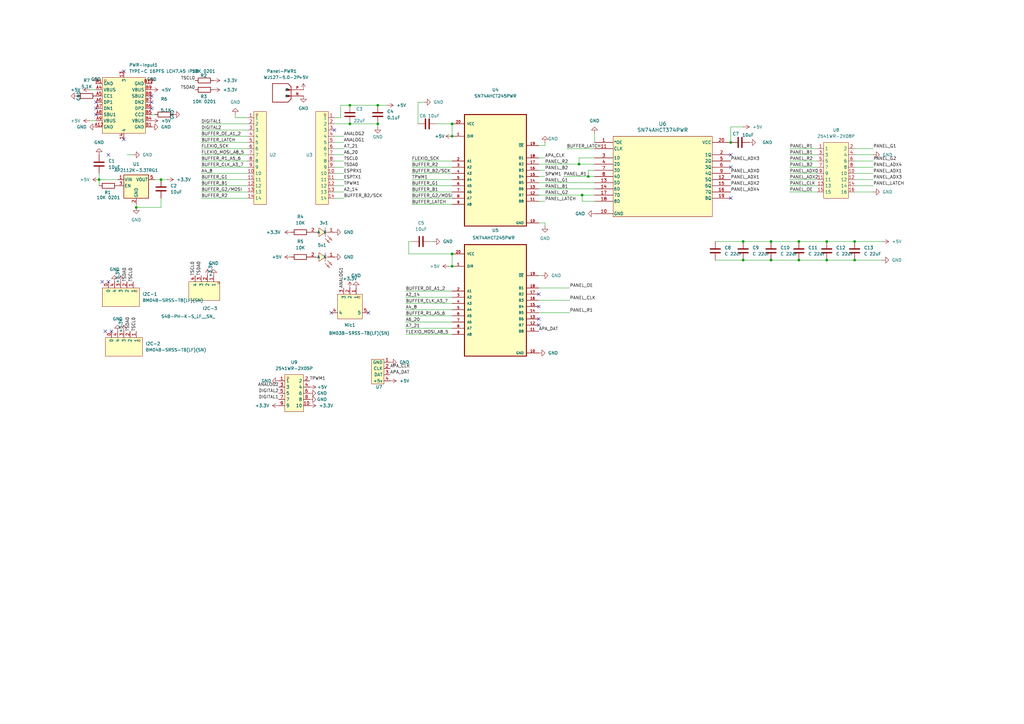
<source format=kicad_sch>
(kicad_sch (version 20250114) (generator "eeschema") (generator_version "9.0")
  (paper "A3")
  (junction (at 185.42 104.14))
  (junction (at 143.51 43.18))
  (junction (at 185.42 55.88))
  (junction (at 238.76 80.01))
  (junction (at 304.8 99.06))
  (junction (at 154.94 50.8))
  (junction (at 241.3 72.39))
  (junction (at 55.88 85.09))
  (junction (at 339.09 106.68))
  (junction (at 327.66 99.06))
  (junction (at 350.52 99.06))
  (junction (at 316.23 99.06))
  (junction (at 299.72 58.42))
  (junction (at 327.66 106.68))
  (junction (at 66.04 73.66))
  (junction (at 154.94 43.18))
  (junction (at 350.52 106.68))
  (junction (at 40.64 73.66))
  (junction (at 304.8 106.68))
  (junction (at 339.09 99.06))
  (junction (at 143.51 50.8))
  (junction (at 185.42 50.8))
  (junction (at 316.23 106.68))
  (junction (at 237.49 67.31))
  (junction (at 185.42 109.22))
  (no_connect (at 39.37 46.99))
  (no_connect (at 220.98 133.35))
  (no_connect (at 151.13 128.27))
  (no_connect (at 39.37 41.91))
  (no_connect (at 299.72 68.58))
  (no_connect (at 135.89 128.27))
  (no_connect (at 43.18 135.89))
  (no_connect (at 299.72 63.5))
  (no_connect (at 62.23 41.91))
  (no_connect (at 62.23 39.37))
  (no_connect (at 220.98 130.81))
  (no_connect (at 299.72 81.28))
  (no_connect (at 62.23 44.45))
  (no_connect (at 44.45 115.57))
  (no_connect (at 50.8 57.15))
  (no_connect (at 220.98 125.73))
  (no_connect (at 220.98 120.65))
  (no_connect (at 41.91 115.57))
  (no_connect (at 44.45 63.5))
  (no_connect (at 50.8 29.21))
  (no_connect (at 45.72 135.89))
  (no_connect (at 137.16 53.34))
  (no_connect (at 39.37 44.45))
  (wire (pts (xy 137.16 55.88) (xy 140.97 55.88)))
  (wire (pts (xy 82.55 66.04) (xy 101.6 66.04)))
  (wire (pts (xy 167.64 104.14) (xy 167.64 99.06)))
  (wire (pts (xy 82.55 73.66) (xy 101.6 73.66)))
  (wire (pts (xy 40.64 73.66) (xy 40.64 71.12)))
  (wire (pts (xy 52.07 63.5) (xy 54.61 63.5)))
  (wire (pts (xy 220.98 118.11) (xy 233.68 118.11)))
  (wire (pts (xy 243.84 69.85) (xy 241.3 69.85)))
  (wire (pts (xy 137.16 60.96) (xy 140.97 60.96)))
  (wire (pts (xy 350.52 63.5) (xy 358.14 63.5)))
  (wire (pts (xy 350.52 60.96) (xy 358.14 60.96)))
  (wire (pts (xy 137.16 50.8) (xy 143.51 50.8)))
  (wire (pts (xy 139.7 43.18) (xy 143.51 43.18)))
  (wire (pts (xy 96.52 48.26) (xy 101.6 48.26)))
  (wire (pts (xy 293.37 99.06) (xy 304.8 99.06)))
  (wire (pts (xy 82.55 81.28) (xy 101.6 81.28)))
  (wire (pts (xy 168.91 66.04) (xy 185.42 66.04)))
  (wire (pts (xy 238.76 82.55) (xy 243.84 82.55)))
  (wire (pts (xy 220.98 82.55) (xy 223.52 82.55)))
  (wire (pts (xy 143.51 50.8) (xy 154.94 50.8)))
  (wire (pts (xy 350.52 73.66) (xy 358.14 73.66)))
  (wire (pts (xy 323.85 78.74) (xy 335.28 78.74)))
  (wire (pts (xy 82.55 76.2) (xy 101.6 76.2)))
  (wire (pts (xy 223.52 91.44) (xy 223.52 92.71)))
  (wire (pts (xy 220.98 74.93) (xy 243.84 74.93)))
  (wire (pts (xy 82.55 58.42) (xy 101.6 58.42)))
  (wire (pts (xy 223.52 72.39) (xy 220.98 72.39)))
  (wire (pts (xy 237.49 67.31) (xy 243.84 67.31)))
  (wire (pts (xy 171.45 41.91) (xy 173.99 41.91)))
  (wire (pts (xy 139.7 48.26) (xy 139.7 43.18)))
  (wire (pts (xy 323.85 66.04) (xy 335.28 66.04)))
  (wire (pts (xy 243.84 64.77) (xy 237.49 64.77)))
  (wire (pts (xy 350.52 78.74) (xy 358.14 78.74)))
  (wire (pts (xy 243.84 54.61) (xy 243.84 58.42)))
  (wire (pts (xy 168.91 71.12) (xy 185.42 71.12)))
  (wire (pts (xy 166.37 119.38) (xy 185.42 119.38)))
  (wire (pts (xy 185.42 127) (xy 166.37 127)))
  (wire (pts (xy 168.91 78.74) (xy 185.42 78.74)))
  (wire (pts (xy 62.23 46.99) (xy 63.5 46.99)))
  (wire (pts (xy 350.52 71.12) (xy 358.14 71.12)))
  (wire (pts (xy 350.52 68.58) (xy 358.14 68.58)))
  (wire (pts (xy 220.98 80.01) (xy 238.76 80.01)))
  (wire (pts (xy 137.16 81.28) (xy 140.97 81.28)))
  (wire (pts (xy 143.51 43.18) (xy 154.94 43.18)))
  (wire (pts (xy 82.55 60.96) (xy 101.6 60.96)))
  (wire (pts (xy 238.76 82.55) (xy 238.76 80.01)))
  (wire (pts (xy 238.76 80.01) (xy 243.84 80.01)))
  (wire (pts (xy 339.09 99.06) (xy 350.52 99.06)))
  (wire (pts (xy 66.04 73.66) (xy 68.58 73.66)))
  (wire (pts (xy 137.16 71.12) (xy 140.97 71.12)))
  (wire (pts (xy 184.15 109.22) (xy 185.42 109.22)))
  (wire (pts (xy 323.85 60.96) (xy 335.28 60.96)))
  (wire (pts (xy 55.88 85.09) (xy 66.04 85.09)))
  (wire (pts (xy 48.26 73.66) (xy 40.64 73.66)))
  (wire (pts (xy 166.37 134.62) (xy 185.42 134.62)))
  (wire (pts (xy 137.16 63.5) (xy 140.97 63.5)))
  (wire (pts (xy 350.52 76.2) (xy 358.14 76.2)))
  (wire (pts (xy 327.66 99.06) (xy 339.09 99.06)))
  (wire (pts (xy 323.85 68.58) (xy 335.28 68.58)))
  (wire (pts (xy 176.53 99.06) (xy 177.8 99.06)))
  (wire (pts (xy 39.37 36.83) (xy 36.83 36.83)))
  (wire (pts (xy 237.49 64.77) (xy 237.49 67.31)))
  (wire (pts (xy 166.37 124.46) (xy 185.42 124.46)))
  (wire (pts (xy 179.07 50.8) (xy 185.42 50.8)))
  (wire (pts (xy 168.91 68.58) (xy 185.42 68.58)))
  (wire (pts (xy 55.88 83.82) (xy 55.88 85.09)))
  (wire (pts (xy 220.98 128.27) (xy 233.68 128.27)))
  (wire (pts (xy 137.16 73.66) (xy 140.97 73.66)))
  (wire (pts (xy 168.91 83.82) (xy 185.42 83.82)))
  (wire (pts (xy 167.64 99.06) (xy 168.91 99.06)))
  (wire (pts (xy 137.16 78.74) (xy 140.97 78.74)))
  (wire (pts (xy 137.16 48.26) (xy 139.7 48.26)))
  (wire (pts (xy 220.98 123.19) (xy 233.68 123.19)))
  (wire (pts (xy 316.23 99.06) (xy 327.66 99.06)))
  (wire (pts (xy 171.45 50.8) (xy 171.45 41.91)))
  (wire (pts (xy 231.14 72.39) (xy 241.3 72.39)))
  (wire (pts (xy 137.16 68.58) (xy 140.97 68.58)))
  (wire (pts (xy 82.55 71.12) (xy 101.6 71.12)))
  (wire (pts (xy 154.94 50.8) (xy 154.94 52.07)))
  (wire (pts (xy 82.55 68.58) (xy 101.6 68.58)))
  (wire (pts (xy 220.98 67.31) (xy 237.49 67.31)))
  (wire (pts (xy 316.23 106.68) (xy 327.66 106.68)))
  (wire (pts (xy 154.94 43.18) (xy 158.75 43.18)))
  (wire (pts (xy 167.64 104.14) (xy 185.42 104.14)))
  (wire (pts (xy 82.55 78.74) (xy 101.6 78.74)))
  (wire (pts (xy 339.09 106.68) (xy 350.52 106.68)))
  (wire (pts (xy 304.8 106.68) (xy 316.23 106.68)))
  (wire (pts (xy 168.91 76.2) (xy 185.42 76.2)))
  (wire (pts (xy 220.98 77.47) (xy 243.84 77.47)))
  (wire (pts (xy 137.16 76.2) (xy 140.97 76.2)))
  (wire (pts (xy 220.98 59.69) (xy 223.52 59.69)))
  (wire (pts (xy 223.52 58.42) (xy 223.52 59.69)))
  (wire (pts (xy 166.37 137.16) (xy 185.42 137.16)))
  (wire (pts (xy 82.55 53.34) (xy 101.6 53.34)))
  (wire (pts (xy 323.85 71.12) (xy 335.28 71.12)))
  (wire (pts (xy 137.16 58.42) (xy 140.97 58.42)))
  (wire (pts (xy 241.3 72.39) (xy 243.84 72.39)))
  (wire (pts (xy 82.55 63.5) (xy 101.6 63.5)))
  (wire (pts (xy 350.52 106.68) (xy 361.95 106.68)))
  (wire (pts (xy 327.66 106.68) (xy 339.09 106.68)))
  (wire (pts (xy 166.37 132.08) (xy 185.42 132.08)))
  (wire (pts (xy 63.5 73.66) (xy 66.04 73.66)))
  (wire (pts (xy 350.52 66.04) (xy 358.14 66.04)))
  (wire (pts (xy 304.8 99.06) (xy 316.23 99.06)))
  (wire (pts (xy 96.52 46.99) (xy 96.52 48.26)))
  (wire (pts (xy 299.72 52.07) (xy 304.8 52.07)))
  (wire (pts (xy 82.55 55.88) (xy 101.6 55.88)))
  (wire (pts (xy 241.3 72.39) (xy 241.3 69.85)))
  (wire (pts (xy 166.37 129.54) (xy 185.42 129.54)))
  (wire (pts (xy 168.91 73.66) (xy 185.42 73.66)))
  (wire (pts (xy 185.42 104.14) (xy 185.42 109.22)))
  (wire (pts (xy 166.37 121.92) (xy 185.42 121.92)))
  (wire (pts (xy 222.25 113.03) (xy 220.98 113.03)))
  (wire (pts (xy 66.04 85.09) (xy 66.04 81.28)))
  (wire (pts (xy 323.85 63.5) (xy 335.28 63.5)))
  (wire (pts (xy 350.52 99.06) (xy 361.95 99.06)))
  (wire (pts (xy 40.64 73.66) (xy 40.64 76.2)))
  (wire (pts (xy 293.37 106.68) (xy 304.8 106.68)))
  (wire (pts (xy 323.85 73.66) (xy 335.28 73.66)))
  (wire (pts (xy 185.42 50.8) (xy 185.42 55.88)))
  (wire (pts (xy 220.98 91.44) (xy 223.52 91.44)))
  (wire (pts (xy 223.52 69.85) (xy 220.98 69.85)))
  (wire (pts (xy 232.41 60.96) (xy 243.84 60.96)))
  (wire (pts (xy 299.72 52.07) (xy 299.72 58.42)))
  (wire (pts (xy 36.83 49.53) (xy 39.37 49.53)))
  (wire (pts (xy 82.55 50.8) (xy 101.6 50.8)))
  (wire (pts (xy 323.85 76.2) (xy 335.28 76.2)))
  (wire (pts (xy 168.91 81.28) (xy 185.42 81.28)))
  (wire (pts (xy 137.16 66.04) (xy 140.97 66.04)))
  (wire (pts (xy 220.98 64.77) (xy 223.52 64.77)))
  (label "PANEL_ADX2" (at 323.85 73.66 0))
  (label "FLEXIO_MOSI_A8_5" (at 82.55 63.5 0))
  (label "APA_DAT" (at 160.02 153.67 0))
  (label "BUFFER_R2" (at 82.55 81.28 0))
  (label "DIGITAL2" (at 114.3 161.29 180))
  (label "DIGITAL1" (at 114.3 163.83 180))
  (label "TSCL0" (at 54.61 115.57 90))
  (label "PANEL_B1" (at 323.85 63.5 0))
  (label "BUFFER_G2{slash}MOSI" (at 82.55 78.74 0))
  (label "BUFFER_LATCH" (at 168.91 83.82 0))
  (label "PANEL_ADX3" (at 358.14 73.66 0))
  (label "PANEL_G2" (at 223.52 80.01 0))
  (label "TSDA0" (at 53.34 135.89 90))
  (label "PANEL_ADX1" (at 358.14 71.12 0))
  (label "A7_21" (at 166.37 134.62 0))
  (label "ANALOG1" (at 140.97 118.11 90))
  (label "BUFFER_G1" (at 82.55 73.66 0))
  (label "PANEL_R1" (at 231.14 72.39 0))
  (label "TSCL0" (at 80.01 33.02 180))
  (label "ANALOG2" (at 140.97 55.88 0))
  (label "ANALOG1" (at 140.97 58.42 0))
  (label "PANEL_B2" (at 323.85 68.58 0))
  (label "BUFFER_R1_A5_6" (at 166.37 129.54 0))
  (label "PANEL_R2" (at 223.52 67.31 0))
  (label "BUFFER_R1_A5_6" (at 82.55 66.04 0))
  (label "TSCL0" (at 55.88 135.89 90))
  (label "BUFFER_OE_A1_2" (at 82.55 55.88 0))
  (label "APA_CLK" (at 160.02 151.13 0))
  (label "A4_8" (at 166.37 127 0))
  (label "APA_CLK" (at 223.52 64.77 0))
  (label "BUFFER_B2{slash}SCK" (at 168.91 71.12 0))
  (label "FLEXIO_SCK" (at 168.91 66.04 0))
  (label "TSCL0" (at 140.97 66.04 0))
  (label "SPWM1" (at 223.52 72.39 0))
  (label "PANEL_R1" (at 233.68 128.27 0))
  (label "PANEL_R2" (at 323.85 66.04 0))
  (label "PANEL_CLK" (at 323.85 76.2 0))
  (label "BUFFER_OE_A1_2" (at 166.37 119.38 0))
  (label "PANEL_R1" (at 323.85 60.96 0))
  (label "PANEL_ADX3" (at 299.72 66.04 0))
  (label "PANEL_OE" (at 323.85 78.74 0))
  (label "A7_21" (at 140.97 60.96 0))
  (label "BUFFER_CLK_A3_7" (at 166.37 124.46 0))
  (label "A4_8" (at 82.55 71.12 0))
  (label "FLEXIO_SCK" (at 82.55 60.96 0))
  (label "ESPTX1" (at 140.97 73.66 0))
  (label "PANEL_ADX1" (at 299.72 73.66 0))
  (label "APA_DAT" (at 220.98 135.89 0))
  (label "TSCL0" (at 80.01 113.03 90))
  (label "BUFFER_B1" (at 168.91 78.74 0))
  (label "A6_20" (at 166.37 132.08 0))
  (label "A2_14" (at 140.97 78.74 0))
  (label "TSDA0" (at 80.01 36.83 180))
  (label "PANEL_ADX2" (at 299.72 76.2 0))
  (label "PANEL_G2" (at 358.14 66.04 0))
  (label "ANALOG2" (at 114.3 158.75 180))
  (label "PANEL_OE" (at 233.68 118.11 0))
  (label "TPWM1" (at 127 156.21 0))
  (label "A2_14" (at 166.37 121.92 0))
  (label "ESPRX1" (at 140.97 71.12 0))
  (label "PANEL_B2" (at 223.52 69.85 0))
  (label "DIGITAL1" (at 82.55 50.8 0))
  (label "FLEXIO_MOSI_A8_5" (at 166.37 137.16 0))
  (label "A6_20" (at 140.97 63.5 0))
  (label "DIGITAL2" (at 82.55 53.34 0))
  (label "PANEL_B1" (at 223.52 77.47 0))
  (label "BUFFER_LATCH" (at 232.41 60.96 0))
  (label "PANEL_ADX4" (at 299.72 78.74 0))
  (label "PANEL_ADX0" (at 299.72 71.12 0))
  (label "TSDA0" (at 82.55 113.03 90))
  (label "PANEL_G1" (at 223.52 74.93 0))
  (label "PANEL_ADX4" (at 358.14 68.58 0))
  (label "TPWM1" (at 168.91 73.66 0))
  (label "PANEL_CLK" (at 233.68 123.19 0))
  (label "BUFFER_B2{slash}SCK" (at 140.97 81.28 0))
  (label "PANEL_G1" (at 358.14 60.96 0))
  (label "BUFFER_LATCH" (at 82.55 58.42 0))
  (label "BUFFER_G1" (at 168.91 76.2 0))
  (label "BUFFER_CLK_A3_7" (at 82.55 68.58 0))
  (label "PANEL_LATCH" (at 223.52 82.55 0))
  (label "BUFFER_R2" (at 168.91 68.58 0))
  (label "TSDA0" (at 140.97 68.58 0))
  (label "BUFFER_G2{slash}MOSI" (at 168.91 81.28 0))
  (label "PANEL_LATCH" (at 358.14 76.2 0))
  (label "PANEL_ADX0" (at 323.85 71.12 0))
  (label "TSDA0" (at 52.07 115.57 90))
  (label "BUFFER_B1" (at 82.55 76.2 0))
  (label "TPWM1" (at 140.97 76.2 0))
  (symbol (lib_id "power:GND") (at 307.34 58.42 90) (unit 1)
    (property "Reference" "#PWR0102" (effects (hide yes)))
    (property "Value" "GND" (at 312.674 58.42 90) (effects (justify right)))
    (property "Description" "Power symbol creates a global label with name \"GND\" , ground" (effects (hide yes)))
  )
  (symbol (lib_id "power:GND") (at 220.98 144.78 90) (unit 1)
    (property "Reference" "#PWR0105" (effects (hide yes)))
    (property "Value" "GND" (at 224.79 144.7799 90) (effects (justify right)))
    (property "Description" "Power symbol creates a global label with name \"GND\" , ground" (effects (hide yes)))
  )
  (symbol (lib_id "power:+5V") (at 127 158.75 270) (mirror x) (unit 1)
    (property "Reference" "#PWR03" (effects (hide yes)))
    (property "Value" "+5V" (at 132.08 158.75 90))
    (property "Description" "Power symbol creates a global label with name \"+5V\"" (effects (hide yes)))
  )
  (symbol (lib_id "Device:R") (at 44.45 76.2 90) (unit 1)
    (property "Reference" "R1" (at 44.196 78.994 90))
    (property "Value" "10K 0201" (at 44.45 81.026 90))
    (property "Footprint" "Resistor_SMD:R_0201_0603Metric" (effects (hide yes)))
    (property "Description" "Resistor" (effects (hide yes)))
  )
  (symbol (lib_id "power:GND") (at 39.37 34.29 0) (mirror x) (unit 1)
    (property "Reference" "#PWR01" (effects (hide yes)))
    (property "Value" "GND" (at 39.37 32.512 0))
    (property "Description" "Power symbol creates a global label with name \"GND\" , ground" (effects (hide yes)))
  )
  (symbol (lib_id "power:GND") (at 48.26 135.89 180) (unit 1)
    (property "Reference" "#PWR020" (effects (hide yes)))
    (property "Value" "GND" (at 48.26 130.81 0))
    (property "Description" "Power symbol creates a global label with name \"GND\" , ground" (effects (hide yes)))
  )
  (symbol (lib_id "Device:C") (at 40.64 67.31 0) (unit 1)
    (property "Reference" "C1" (at 44.45 66.0399 0) (effects (justify left)))
    (property "Value" "10uF" (at 44.45 68.5799 0) (effects (justify left)))
    (property "Footprint" "Capacitor_SMD:C_0603_1608Metric" (effects (hide yes)))
    (property "Description" "Unpolarized capacitor" (effects (hide yes)))
  )
  (symbol (lib_id "power:+3.3V") (at 68.58 73.66 270) (unit 1)
    (property "Reference" "#PWR0134" (effects (hide yes)))
    (property "Value" "+3.3V" (at 72.39 73.6599 90) (effects (justify left)))
    (property "Description" "Power symbol creates a global label with name \"+3.3V\"" (effects (hide yes)))
  )
  (symbol (lib_id "power:+3.3V") (at 143.51 118.11 0) (unit 1)
    (property "Reference" "#PWR0124" (effects (hide yes)))
    (property "Value" "+3.3V" (at 143.51 114.3 0))
    (property "Description" "Power symbol creates a global label with name \"+3.3V\"" (effects (hide yes)))
  )
  (symbol (lib_id "power:+5V") (at 119.38 105.41 90) (unit 1)
    (property "Reference" "#PWR0126" (effects (hide yes)))
    (property "Value" "+5V" (at 115.57 105.4099 90) (effects (justify left)))
    (property "Description" "Power symbol creates a global label with name \"+5V\"" (effects (hide yes)))
  )
  (symbol (lib_id "Device:R") (at 83.82 36.83 90) (unit 1)
    (property "Reference" "R3" (at 83.566 39.624 90))
    (property "Value" "10K 0201" (at 83.82 41.656 90))
    (property "Footprint" "Resistor_SMD:R_0201_0603Metric" (effects (hide yes)))
    (property "Description" "Resistor" (effects (hide yes)))
  )
  (symbol (lib_id "power:GND") (at 71.12 46.99 90) (unit 1)
    (property "Reference" "#PWR014" (effects (hide yes)))
    (property "Value" "GND" (at 70.612 46.99 0))
    (property "Description" "Power symbol creates a global label with name \"GND\" , ground" (effects (hide yes)))
  )
  (symbol (lib_id "power:+5V") (at 184.15 109.22 90) (unit 1)
    (property "Reference" "#PWR0111" (effects (hide yes)))
    (property "Value" "+5V" (at 180.34 109.2199 90) (effects (justify left)))
    (property "Description" "Power symbol creates a global label with name \"+5V\"" (effects (hide yes)))
  )
  (symbol (lib_id "power:+3.3V") (at 85.09 113.03 0) (mirror y) (unit 1)
    (property "Reference" "#PWR0139" (effects (hide yes)))
    (property "Value" "+3.3V" (at 86.36 110.744 90))
    (property "Description" "Power symbol creates a global label with name \"+3.3V\"" (effects (hide yes)))
  )
  (symbol (lib_id "power:+3.3V") (at 127 166.37 270) (unit 1)
    (property "Reference" "#PWR06" (effects (hide yes)))
    (property "Value" "+3.3V" (at 130.81 166.3699 90) (effects (justify left)))
    (property "Description" "Power symbol creates a global label with name \"+3.3V\"" (effects (hide yes)))
  )
  (symbol (lib_id "power:+5V") (at 361.95 99.06 270) (unit 1)
    (property "Reference" "#PWR022" (effects (hide yes)))
    (property "Value" "+5V" (at 365.76 99.0599 90) (effects (justify left)))
    (property "Description" "Power symbol creates a global label with name \"+5V\"" (effects (hide yes)))
  )
  (symbol (lib_id "Device:C") (at 154.94 46.99 0) (unit 1)
    (property "Reference" "C4" (at 158.75 45.7199 0) (effects (justify left)))
    (property "Value" "0.1uF" (at 158.75 48.2599 0) (effects (justify left)))
    (property "Footprint" "Capacitor_SMD:C_0603_1608Metric" (effects (hide yes)))
    (property "Description" "Unpolarized capacitor" (effects (hide yes)))
  )
  (symbol (lib_id "power:GND") (at 173.99 41.91 90) (unit 1)
    (property "Reference" "#PWR0131" (effects (hide yes)))
    (property "Value" "GND" (at 177.8 41.9099 90) (effects (justify right)))
    (property "Description" "Power symbol creates a global label with name \"GND\" , ground" (effects (hide yes)))
  )
  (symbol (lib_id "power:GND") (at 146.05 118.11 180) (unit 1)
    (property "Reference" "#PWR0125" (effects (hide yes)))
    (property "Value" "GND" (at 146.05 113.03 0))
    (property "Description" "Power symbol creates a global label with name \"GND\" , ground" (effects (hide yes)))
  )
  (symbol (lib_id "Device:R") (at 83.82 33.02 90) (unit 1)
    (property "Reference" "R2" (at 83.566 30.988 90))
    (property "Value" "10K 0201" (at 83.566 29.21 90))
    (property "Footprint" "Resistor_SMD:R_0201_0603Metric" (effects (hide yes)))
    (property "Description" "Resistor" (effects (hide yes)))
  )
  (symbol (lib_id "power:GND") (at 124.46 39.37 0) (unit 1)
    (property "Reference" "#PWR0120" (effects (hide yes)))
    (property "Value" "GND" (at 124.46 44.45 0))
    (property "Description" "Power symbol creates a global label with name \"GND\" , ground" (effects (hide yes)))
  )
  (symbol (lib_id "Protocontroller:PM254-1-14-Z-8.5") (at 132.08 64.77 0) (mirror y) (unit 1)
    (property "Reference" "U3" (at 128.27 63.4999 0) (effects (justify left)))
    (property "Value" "PM254-1-14-Z-8.5" (effects (hide yes)))
    (property "Footprint" "Protocontroller:HDR-TH_14P-P2.54-V-F-1" (effects (hide yes)))
    (property "LCSC Part" "C2897377" (effects (hide yes)))
  )
  (symbol (lib_id "power:GND") (at 127 161.29 90) (mirror x) (unit 1)
    (property "Reference" "#PWR04" (effects (hide yes)))
    (property "Value" "GND" (at 132.08 161.29 90))
    (property "Description" "Power symbol creates a global label with name \"GND\" , ground" (effects (hide yes)))
  )
  (symbol (lib_id "Regulator_Linear:AP2112K-3.3") (at 55.88 76.2 0) (unit 1)
    (property "Reference" "U1" (at 55.88 67.31 0))
    (property "Value" "AP2112K-3.3TRG1" (at 55.88 69.85 0))
    (property "Footprint" "Package_TO_SOT_SMD:SOT-23-5" (effects (hide yes)))
    (property "Datasheet" "https://www.diodes.com/assets/Datasheets/AP2112.pdf" (effects (hide yes)))
    (property "Description" "600mA low dropout linear regulator, with enable pin, 3.8V-6V input voltage range, 3.3V fixed positive output, SOT-23-5" (effects (hide yes)))
  )
  (symbol (lib_id "power:GND") (at 137.16 105.41 90) (unit 1)
    (property "Reference" "#PWR0128" (effects (hide yes)))
    (property "Value" "GND" (at 140.97 105.4099 90) (effects (justify right)))
    (property "Description" "Power symbol creates a global label with name \"GND\" , ground" (effects (hide yes)))
  )
  (symbol (lib_id "power:GND") (at 177.8 99.06 90) (unit 1)
    (property "Reference" "#PWR0112" (effects (hide yes)))
    (property "Value" "GND" (at 181.61 99.0599 90) (effects (justify right)))
    (property "Description" "Power symbol creates a global label with name \"GND\" , ground" (effects (hide yes)))
  )
  (symbol (lib_id "power:+5V") (at 185.42 55.88 90) (unit 1)
    (property "Reference" "#PWR0132" (effects (hide yes)))
    (property "Value" "+5V" (at 180.34 55.88 90))
    (property "Description" "Power symbol creates a global label with name \"+5V\"" (effects (hide yes)))
  )
  (symbol (lib_id "power:+5V") (at 40.64 73.66 90) (unit 1)
    (property "Reference" "#PWR0117" (effects (hide yes)))
    (property "Value" "+5V" (at 36.83 73.6599 90) (effects (justify left)))
    (property "Description" "Power symbol creates a global label with name \"+5V\"" (effects (hide yes)))
  )
  (symbol (lib_id "power:GND") (at 223.52 92.71 0) (unit 1)
    (property "Reference" "#PWR0106" (effects (hide yes)))
    (property "Value" "GND" (at 223.52 97.79 0))
    (property "Description" "Power symbol creates a global label with name \"GND\" , ground" (effects (hide yes)))
  )
  (symbol (lib_id "Protocontroller:HDR-IDC-2.54-2X8P") (at 342.9 69.85 0) (unit 1)
    (property "Reference" "U8" (at 342.9 53.34 0))
    (property "Value" "2541WR-2X08P" (at 342.9 55.88 0))
    (property "Footprint" "Protocontroller:HDR-TH_16P-P2.54-H-F-R2-C8-W9.0" (effects (hide yes)))
    (property "Datasheet" "https://lcsc.com/product-detail/Header-Connectors_2-54mm-2-8P-Straight-IDC-Box_C3406.html" (effects (hide yes)))
    (property "LCSC Part" "C3406" (effects (hide yes)))
  )
  (symbol (lib_id "power:GND") (at 243.84 87.63 270) (unit 1)
    (property "Reference" "#PWR0103" (effects (hide yes)))
    (property "Value" "GND" (at 240.03 87.6299 90) (effects (justify right)))
    (property "Description" "Power symbol creates a global label with name \"GND\" , ground" (effects (hide yes)))
  )
  (symbol (lib_id "XT30PW-M:XT30PW-M") (at 119.38 36.83 0) (unit 1)
    (property "Reference" "Panel-PWR1" (at 115.57 29.21 0))
    (property "Value" "WJ127-5.0-2P" (at 115.57 31.75 0))
    (property "Footprint" "Connector_AMASS:AMASS_XT30U-M_1x02_P5.0mm_Vertical" (effects (hide yes)))
    (property "Datasheet" "https://lcsc.com/product-detail/Terminal-Blocks_WJ127-5-0-2P_C3703.html" (effects (hide yes)))
    (property "MF" "AMASS" (effects (hide yes)))
    (property "MAXIMUM_PACKAGE_HEIGHT" "5 mm" (effects (hide yes)))
    (property "Package" "None" (effects (hide yes)))
    (property "Price" "None" (effects (hide yes)))
    (property "Check_prices" "https://www.snapeda.com/parts/XT30PW-M/AMASS/view-part/?ref=eda" (effects (hide yes)))
    (property "STANDARD" "Manufacturer Recommendations" (effects (hide yes)))
    (property "PARTREV" "1.2" (effects (hide yes)))
    (property "SnapEDA_Link" "https://www.snapeda.com/parts/XT30PW-M/AMASS/view-part/?ref=snap" (effects (hide yes)))
    (property "MP" "XT30PW-M" (effects (hide yes)))
    (property "Description_1" "Socket; DC supply; XT30; male; PIN: 2; on PCBs; THT; Colour: yellow" (effects (hide yes)))
    (property "MANUFACTURER" "Amass" (effects (hide yes)))
    (property "Availability" "Not in stock" (effects (hide yes)))
    (property "SNAPEDA_PN" "XT30PW-M" (effects (hide yes)))
    (property "LCSC Part" "C3703" (effects (hide yes)))
  )
  (symbol (lib_id "Device:C") (at 304.8 102.87 0) (unit 1)
    (property "Reference" "C9" (at 308.61 101.5999 0) (effects (justify left)))
    (property "Value" "C 22uF" (at 308.61 104.1399 0) (effects (justify left)))
    (property "Footprint" "Capacitor_SMD:C_0402_1005Metric" (effects (hide yes)))
    (property "Description" "Unpolarized capacitor" (effects (hide yes)))
  )
  (symbol (lib_id "power:+3.3V") (at 87.63 36.83 270) (unit 1)
    (property "Reference" "#PWR0114" (effects (hide yes)))
    (property "Value" "+3.3V" (at 91.44 36.8299 90) (effects (justify left)))
    (property "Description" "Power symbol creates a global label with name \"+3.3V\"" (effects (hide yes)))
  )
  (symbol (lib_id "power:GND") (at 243.84 54.61 180) (unit 1)
    (property "Reference" "#PWR0104" (effects (hide yes)))
    (property "Value" "GND" (at 243.84 49.53 0))
    (property "Description" "Power symbol creates a global label with name \"GND\" , ground" (effects (hide yes)))
  )
  (symbol (lib_id "power:GND") (at 223.52 58.42 0) (mirror x) (unit 1)
    (property "Reference" "#PWR0107" (effects (hide yes)))
    (property "Value" "GND" (at 226.822 56.896 0))
    (property "Description" "Power symbol creates a global label with name \"GND\" , ground" (effects (hide yes)))
  )
  (symbol (lib_id "Device:R") (at 123.19 95.25 90) (unit 1)
    (property "Reference" "R4" (at 123.19 88.9 90))
    (property "Value" "10K" (at 123.19 91.44 90))
    (property "Footprint" "Resistor_SMD:R_01005_0402Metric" (effects (hide yes)))
    (property "Description" "Resistor" (effects (hide yes)))
  )
  (symbol (lib_id "power:+5V") (at 36.83 36.83 90) (unit 1)
    (property "Reference" "#PWR012" (effects (hide yes)))
    (property "Value" "+5V" (at 33.02 36.8299 90) (effects (justify left)))
    (property "Description" "Power symbol creates a global label with name \"+5V\"" (effects (hide yes)))
  )
  (symbol (lib_id "power:GND") (at 87.63 113.03 0) (mirror x) (unit 1)
    (property "Reference" "#PWR0140" (effects (hide yes)))
    (property "Value" "GND" (at 87.63 107.95 0))
    (property "Description" "Power symbol creates a global label with name \"GND\" , ground" (effects (hide yes)))
  )
  (symbol (lib_id "power:GND") (at 114.3 156.21 270) (unit 1)
    (property "Reference" "#PWR05" (effects (hide yes)))
    (property "Value" "GND" (at 109.22 156.21 90))
    (property "Description" "Power symbol creates a global label with name \"GND\" , ground" (effects (hide yes)))
  )
  (symbol (lib_id "SN74HCT374DWR:SN74HCT374DWR") (at 243.84 60.96 0) (unit 1)
    (property "Reference" "U6" (at 271.78 50.8 0) (effects (font (size 1.524 1.524))))
    (property "Value" "SN74AHCT374PWR" (at 271.78 53.34 0) (effects (font (size 1.524 1.524))))
    (property "Footprint" "Protocontroller:SN74AHCT374PWR" (effects (hide yes)))
    (property "Datasheet" "SN74AHCT374PWR" (effects (hide yes)))
  )
  (symbol (lib_id "power:+3.3V") (at 114.3 166.37 90) (unit 1)
    (property "Reference" "#PWR09" (effects (hide yes)))
    (property "Value" "+3.3V" (at 110.49 166.3699 90) (effects (justify left)))
    (property "Description" "Power symbol creates a global label with name \"+3.3V\"" (effects (hide yes)))
  )
  (symbol (lib_id "Protocontroller:2541WR-2X05P") (at 120.65 161.29 0) (unit 1)
    (property "Reference" "U9" (at 120.65 148.59 0))
    (property "Value" "2541WR-2X05P" (at 120.65 151.13 0))
    (property "Footprint" "Protocontroller:HDR-TH_10P-P2.54-H-M-R2-C5-S2.54-N" (effects (hide yes)))
    (property "LCSC Part" "C5383090" (effects (hide yes)))
  )
  (symbol (lib_id "power:GND") (at 54.61 63.5 90) (unit 1)
    (property "Reference" "#PWR02" (effects (hide yes)))
    (property "Value" "GND" (at 58.42 63.4999 90) (effects (justify right)))
    (property "Description" "Power symbol creates a global label with name \"GND\" , ground" (effects (hide yes)))
  )
  (symbol (lib_id "power:GND") (at 96.52 46.99 180) (unit 1)
    (property "Reference" "#PWR0113" (effects (hide yes)))
    (property "Value" "GND" (at 96.52 41.91 0))
    (property "Description" "Power symbol creates a global label with name \"GND\" , ground" (effects (hide yes)))
  )
  (symbol (lib_id "Device:C") (at 66.04 77.47 0) (unit 1)
    (property "Reference" "C2" (at 69.85 76.1999 0) (effects (justify left)))
    (property "Value" "10uF" (at 69.85 78.7399 0) (effects (justify left)))
    (property "Footprint" "Capacitor_SMD:C_0603_1608Metric" (effects (hide yes)))
    (property "Description" "Unpolarized capacitor" (effects (hide yes)))
  )
  (symbol (lib_id "power:GND") (at 127 163.83 90) (mirror x) (unit 1)
    (property "Reference" "#PWR07" (effects (hide yes)))
    (property "Value" "GND" (at 132.08 163.83 90))
    (property "Description" "Power symbol creates a global label with name \"GND\" , ground" (effects (hide yes)))
  )
  (symbol (lib_id "Device:C") (at 350.52 102.87 0) (unit 1)
    (property "Reference" "C13" (at 354.33 101.5999 0) (effects (justify left)))
    (property "Value" "C 22uF" (at 354.33 104.1399 0) (effects (justify left)))
    (property "Footprint" "Capacitor_SMD:C_0402_1005Metric" (effects (hide yes)))
    (property "Description" "Unpolarized capacitor" (effects (hide yes)))
  )
  (symbol (lib_id "power:GND") (at 40.64 63.5 180) (unit 1)
    (property "Reference" "#PWR0116" (effects (hide yes)))
    (property "Value" "GND" (at 40.64 58.42 0))
    (property "Description" "Power symbol creates a global label with name \"GND\" , ground" (effects (hide yes)))
  )
  (symbol (lib_id "Protocontroller:JST-SM_4P_PAD") (at 151.13 154.94 0) (unit 1)
    (property "Reference" "U7" (at 155.448 158.75 0))
    (property "Value" "~" (at 161.29 152.4 0) (effects (justify left)))
    (property "Footprint" "Connector_Wire:JST-SM 4P PAD" (effects (hide yes)))
  )
  (symbol (lib_id "power:GND") (at 154.94 52.07 0) (unit 1)
    (property "Reference" "#PWR0133" (effects (hide yes)))
    (property "Value" "GND" (at 154.94 56.134 0))
    (property "Description" "Power symbol creates a global label with name \"GND\" , ground" (effects (hide yes)))
  )
  (symbol (lib_id "Device:C") (at 303.53 58.42 270) (unit 1)
    (property "Reference" "C7" (at 301.752 54.864 90))
    (property "Value" "10uF" (at 306.832 55.372 90))
    (property "Footprint" "Capacitor_SMD:C_0603_1608Metric" (effects (hide yes)))
    (property "Description" "Unpolarized capacitor" (effects (hide yes)))
  )
  (symbol (lib_id "Device:C") (at 316.23 102.87 0) (unit 1)
    (property "Reference" "C10" (at 320.04 101.5999 0) (effects (justify left)))
    (property "Value" "C 22uF" (at 320.04 104.1399 0) (effects (justify left)))
    (property "Footprint" "Capacitor_SMD:C_0402_1005Metric" (effects (hide yes)))
    (property "Description" "Unpolarized capacitor" (effects (hide yes)))
  )
  (symbol (lib_id "Device:C") (at 143.51 46.99 0) (unit 1)
    (property "Reference" "C3" (at 146.05 44.704 0) (effects (justify left)))
    (property "Value" "22uF" (at 145.034 49.53 0) (effects (justify left)))
    (property "Footprint" "Capacitor_SMD:C_0603_1608Metric" (effects (hide yes)))
    (property "Description" "Unpolarized capacitor" (effects (hide yes)))
  )
  (symbol (lib_id "Protocontroller:B4B-PH-K-K(LF)(SN)") (at 82.55 118.11 270) (unit 1)
    (property "Reference" "I2C-3" (at 83.058 126.492 90) (effects (justify left)))
    (property "Value" "S4B-PH-K-S_LF__SN_" (at 66.04 129.794 90) (effects (justify left)))
    (property "Footprint" "Protocontroller:CONN-TH_B4B-PH-K-S-LF-SN" (effects (hide yes)))
    (property "MF" "JST Sales" (effects (hide yes)))
    (property "Description_1" "Connector Header Through Hole, Right Angle 4 position 0.079 (2.00mm)" (effects (hide yes)))
    (property "Package" "NON STANDARD-4 J.S.T." (effects (hide yes)))
    (property "Price" "None" (effects (hide yes)))
    (property "Check_prices" "https://www.snapeda.com/parts/S4B-PH-K-S(LF)(SN)/JST/view-part/?ref=eda" (effects (hide yes)))
    (property "STANDARD" "Manufacturer Recommendation" (effects (hide yes)))
    (property "SnapEDA_Link" "https://www.snapeda.com/parts/S4B-PH-K-S(LF)(SN)/JST/view-part/?ref=snap" (effects (hide yes)))
    (property "MP" "S4B-PH-K-S(LF)(SN)" (effects (hide yes)))
    (property "Availability" "In Stock" (effects (hide yes)))
    (property "MANUFACTURER" "JST" (effects (hide yes)))
    (property "LCSC Part" "C5305780" (effects (hide yes)))
  )
  (symbol (lib_id "power:GND") (at 137.16 95.25 90) (unit 1)
    (property "Reference" "#PWR0129" (effects (hide yes)))
    (property "Value" "GND" (at 140.97 95.2499 90) (effects (justify right)))
    (property "Description" "Power symbol creates a global label with name \"GND\" , ground" (effects (hide yes)))
  )
  (symbol (lib_id "power:GND") (at 160.02 148.59 90) (unit 1)
    (property "Reference" "#PWR011" (effects (hide yes)))
    (property "Value" "GND" (at 163.83 148.5899 90) (effects (justify right)))
    (property "Description" "Power symbol creates a global label with name \"GND\" , ground" (effects (hide yes)))
  )
  (symbol (lib_id "power:+5V") (at 62.23 36.83 270) (unit 1)
    (property "Reference" "#PWR017" (effects (hide yes)))
    (property "Value" "+5V" (at 66.04 36.8299 90) (effects (justify left)))
    (property "Description" "Power symbol creates a global label with name \"+5V\"" (effects (hide yes)))
  )
  (symbol (lib_id "power:+5V") (at 158.75 43.18 270) (unit 1)
    (property "Reference" "#PWR0130" (effects (hide yes)))
    (property "Value" "+5V" (at 162.56 43.1799 90) (effects (justify left)))
    (property "Description" "Power symbol creates a global label with name \"+5V\"" (effects (hide yes)))
  )
  (symbol (lib_id "power:GND") (at 55.88 85.09 0) (unit 1)
    (property "Reference" "#PWR0141" (effects (hide yes)))
    (property "Value" "GND" (at 55.88 90.17 0))
    (property "Description" "Power symbol creates a global label with name \"GND\" , ground" (effects (hide yes)))
  )
  (symbol (lib_id "power:GND") (at 39.37 52.07 270) (unit 1)
    (property "Reference" "#PWR015" (effects (hide yes)))
    (property "Value" "GND" (at 35.56 52.0699 90) (effects (justify right)))
    (property "Description" "Power symbol creates a global label with name \"GND\" , ground" (effects (hide yes)))
  )
  (symbol (lib_id "power:GND") (at 46.99 115.57 180) (unit 1)
    (property "Reference" "#PWR0136" (effects (hide yes)))
    (property "Value" "GND" (at 46.99 110.49 0))
    (property "Description" "Power symbol creates a global label with name \"GND\" , ground" (effects (hide yes)))
  )
  (symbol (lib_id "power:+5V") (at 304.8 52.07 270) (unit 1)
    (property "Reference" "#PWR0101" (effects (hide yes)))
    (property "Value" "+5V" (at 308.61 52.0699 90) (effects (justify left)))
    (property "Description" "Power symbol creates a global label with name \"+5V\"" (effects (hide yes)))
  )
  (symbol (lib_id "Protocontroller:XL-1608UVC-04") (at 132.08 105.41 180) (unit 1)
    (property "Reference" "5v1" (at 132.08 100.584 0))
    (property "Value" "F.0603.00106/P2-0603W7YS2-06T-001" (effects (hide yes)))
    (property "Footprint" "Protocontroller:LED0603-RD_PINK" (effects (hide yes)))
    (property "LCSC Part" "C7371898" (effects (hide yes)))
  )
  (symbol (lib_id "power:+5V") (at 62.23 49.53 270) (unit 1)
    (property "Reference" "#PWR018" (effects (hide yes)))
    (property "Value" "+5V" (at 66.04 49.5299 90) (effects (justify left)))
    (property "Description" "Power symbol creates a global label with name \"+5V\"" (effects (hide yes)))
  )
  (symbol (lib_id "power:GND") (at 62.23 34.29 0) (mirror x) (unit 1)
    (property "Reference" "#PWR019" (effects (hide yes)))
    (property "Value" "GND" (at 62.23 32.512 0))
    (property "Description" "Power symbol creates a global label with name \"GND\" , ground" (effects (hide yes)))
  )
  (symbol (lib_id "Device:C") (at 172.72 99.06 270) (mirror x) (unit 1)
    (property "Reference" "C5" (at 172.72 91.44 90))
    (property "Value" "10uF" (at 172.72 93.98 90))
    (property "Footprint" "Capacitor_SMD:C_0603_1608Metric" (effects (hide yes)))
    (property "Description" "Unpolarized capacitor" (effects (hide yes)))
  )
  (symbol (lib_id "power:GND") (at 358.14 78.74 90) (unit 1)
    (property "Reference" "#PWR0109" (effects (hide yes)))
    (property "Value" "GND" (at 361.95 78.7399 90) (effects (justify right)))
    (property "Description" "Power symbol creates a global label with name \"GND\" , ground" (effects (hide yes)))
  )
  (symbol (lib_id "SN74AHCT245PWR:SN74AHCT245PWR") (at 203.2 64.77 0) (unit 1)
    (property "Reference" "U4" (at 203.2 36.83 0))
    (property "Value" "SN74AHCT245PWR" (at 203.2 39.37 0))
    (property "Footprint" "Protocontroller:SN74AHCT245PWR" (effects (hide yes)))
    (property "MF" "Texas Instruments" (effects (hide yes)))
    (property "Description_1" "Octal bus transceivers with tri-state outputs" (effects (hide yes)))
    (property "Package" "SOIC-20 Texas Instruments" (effects (hide yes)))
    (property "Price" "None" (effects (hide yes)))
    (property "SnapEDA_Link" "https://www.snapeda.com/parts/SN74HCT245DWR/Texas+Instruments/view-part/?ref=snap" (effects (hide yes)))
    (property "MP" "SN74HCT245DWR" (effects (hide yes)))
    (property "Availability" "In Stock" (effects (hide yes)))
    (property "Check_prices" "https://www.snapeda.com/parts/SN74HCT245DWR/Texas+Instruments/view-part/?ref=eda" (effects (hide yes)))
  )
  (symbol (lib_id "Protocontroller:PM254-1-14-Z-8.5") (at 106.68 64.77 0) (unit 1)
    (property "Reference" "U2" (at 110.49 63.4999 0) (effects (justify left)))
    (property "Value" "PM254-1-14-Z-8.5" (effects (hide yes)))
    (property "Footprint" "Protocontroller:HDR-TH_14P-P2.54-V-F-1" (effects (hide yes)))
    (property "LCSC Part" "C2897377" (effects (hide yes)))
  )
  (symbol (lib_id "Device:R") (at 123.19 105.41 90) (unit 1)
    (property "Reference" "R5" (at 123.19 99.06 90))
    (property "Value" "10K" (at 123.19 101.6 90))
    (property "Footprint" "Resistor_SMD:R_01005_0402Metric" (effects (hide yes)))
    (property "Description" "Resistor" (effects (hide yes)))
  )
  (symbol (lib_id "power:+5V") (at 124.46 36.83 0) (unit 1)
    (property "Reference" "#PWR0121" (effects (hide yes)))
    (property "Value" "+5V" (at 124.46 31.75 0))
    (property "Description" "Power symbol creates a global label with name \"+5V\"" (effects (hide yes)))
  )
  (symbol (lib_id "power:+3.3V") (at 87.63 33.02 270) (unit 1)
    (property "Reference" "#PWR0115" (effects (hide yes)))
    (property "Value" "+3.3V" (at 91.44 33.0199 90) (effects (justify left)))
    (property "Description" "Power symbol creates a global label with name \"+3.3V\"" (effects (hide yes)))
  )
  (symbol (lib_id "Device:C") (at 327.66 102.87 0) (unit 1)
    (property "Reference" "C11" (at 331.47 101.5999 0) (effects (justify left)))
    (property "Value" "C 22uF" (at 331.47 104.1399 0) (effects (justify left)))
    (property "Footprint" "Capacitor_SMD:C_0402_1005Metric" (effects (hide yes)))
    (property "Description" "Unpolarized capacitor" (effects (hide yes)))
  )
  (symbol (lib_id "Device:C") (at 175.26 50.8 90) (unit 1)
    (property "Reference" "C6" (at 174.752 47.498 90) (effects (justify left)))
    (property "Value" "10uF" (at 180.34 47.498 90) (effects (justify left)))
    (property "Footprint" "Capacitor_SMD:C_0603_1608Metric" (effects (hide yes)))
    (property "Description" "Unpolarized capacitor" (effects (hide yes)))
  )
  (symbol (lib_id "power:GND") (at 222.25 113.03 90) (unit 1)
    (property "Reference" "#PWR0108" (effects (hide yes)))
    (property "Value" "GND" (at 226.06 113.0299 90) (effects (justify right)))
    (property "Description" "Power symbol creates a global label with name \"GND\" , ground" (effects (hide yes)))
  )
  (symbol (lib_id "power:GND") (at 358.14 63.5 90) (unit 1)
    (property "Reference" "#PWR0110" (effects (hide yes)))
    (property "Value" "GND" (at 361.95 63.4999 90) (effects (justify right)))
    (property "Description" "Power symbol creates a global label with name \"GND\" , ground" (effects (hide yes)))
  )
  (symbol (lib_id "Device:R") (at 35.56 39.37 90) (unit 1)
    (property "Reference" "R7" (at 35.56 33.02 90))
    (property "Value" "5.1K" (at 35.56 35.56 90))
    (property "Footprint" "Resistor_SMD:R_01005_0402Metric" (effects (hide yes)))
    (property "Description" "Resistor" (effects (hide yes)))
  )
  (symbol (lib_id "power:GND") (at 31.75 39.37 270) (unit 1)
    (property "Reference" "#PWR013" (effects (hide yes)))
    (property "Value" "GND" (at 32.258 39.37 0))
    (property "Description" "Power symbol creates a global label with name \"GND\" , ground" (effects (hide yes)))
  )
  (symbol (lib_id "power:+5V") (at 36.83 49.53 90) (unit 1)
    (property "Reference" "#PWR08" (effects (hide yes)))
    (property "Value" "+5V" (at 33.02 49.5299 90) (effects (justify left)))
    (property "Description" "Power symbol creates a global label with name \"+5V\"" (effects (hide yes)))
  )
  (symbol (lib_id "Protocontroller:XL-1608UVC-04") (at 132.08 95.25 180) (unit 1)
    (property "Reference" "3v1" (at 132.84 91.44 0))
    (property "Value" "F.0603.00106/P2-0603W7YS2-06T-001" (effects (hide yes)))
    (property "Footprint" "Protocontroller:LED0603-RD_PINK" (effects (hide yes)))
    (property "LCSC Part" "C7371898" (effects (hide yes)))
  )
  (symbol (lib_id "power:+5V") (at 160.02 156.21 270) (unit 1)
    (property "Reference" "#PWR010" (effects (hide yes)))
    (property "Value" "+5V" (at 163.83 156.2099 90) (effects (justify left)))
    (property "Description" "Power symbol creates a global label with name \"+5V\"" (effects (hide yes)))
  )
  (symbol (lib_id "power:+3.3V") (at 50.8 135.89 0) (unit 1)
    (property "Reference" "#PWR021" (effects (hide yes)))
    (property "Value" "+3.3V" (at 49.53 133.604 90))
    (property "Description" "Power symbol creates a global label with name \"+3.3V\"" (effects (hide yes)))
  )
  (symbol (lib_id "Device:C") (at 339.09 102.87 0) (unit 1)
    (property "Reference" "C12" (at 342.9 101.5999 0) (effects (justify left)))
    (property "Value" "C 22uF" (at 342.9 104.1399 0) (effects (justify left)))
    (property "Footprint" "Capacitor_SMD:C_0402_1005Metric" (effects (hide yes)))
    (property "Description" "Unpolarized capacitor" (effects (hide yes)))
  )
  (symbol (lib_id "Protocontroller:BM04B-SRSS-TB(LF)(SN)") (at 50.8 140.97 270) (unit 1)
    (property "Reference" "I2C-2" (at 59.69 140.9699 90) (effects (justify left)))
    (property "Value" "BM04B-SRSS-TB(LF)(SN)" (at 59.69 143.5099 90) (effects (justify left)))
    (property "Footprint" "Protocontroller:CONN-SMD_BM04B-SRSS-TB" (effects (hide yes)))
    (property "Datasheet" "https://lcsc.com/product-detail/Others_JST-Sales-America__JST-Sales-America-BM04B-SRSS-TB-LF-SN_C160390.html" (effects (hide yes)))
    (property "LCSC Part" "C160390" (effects (hide yes)))
  )
  (symbol (lib_id "power:+3.3V") (at 119.38 95.25 90) (unit 1)
    (property "Reference" "#PWR0127" (effects (hide yes)))
    (property "Value" "+3.3V" (at 115.062 95.25 90) (effects (justify left)))
    (property "Description" "Power symbol creates a global label with name \"+3.3V\"" (effects (hide yes)))
  )
  (symbol (lib_id "power:GND") (at 62.23 52.07 90) (unit 1)
    (property "Reference" "#PWR016" (effects (hide yes)))
    (property "Value" "GND" (at 66.04 52.0699 90) (effects (justify right)))
    (property "Description" "Power symbol creates a global label with name \"GND\" , ground" (effects (hide yes)))
  )
  (symbol (lib_id "Protocontroller:TYPE-C16PFSLCH7.45IPX8") (at 50.8 43.18 0) (unit 1)
    (property "Reference" "PWR-Input1" (at 52.9433 26.67 0) (effects (justify left)))
    (property "Value" "TYPE-C 16PFS LCH7.45 IPX8" (at 52.9433 29.21 0) (effects (justify left)))
    (property "Footprint" "Protocontroller:USB-TH_TYPE-C-16PFS-LCH7.45-IPX8" (effects (hide yes)))
    (property "LCSC Part" "C3020054" (effects (hide yes)))
  )
  (symbol (lib_id "Protocontroller:SM03B-SRSS-TB(LF)(SN)(P)") (at 143.51 123.19 270) (unit 1)
    (property "Reference" "Mic1" (at 143.51 133.35 90))
    (property "Value" "BM03B-SRSS-TB(LF)(SN)" (at 147.32 136.652 90))
    (property "Footprint" "Connector_JST:JST_SH_SM03B-SRSS-TB_1x03-1MP_P1.00mm_Horizontal" (effects (hide yes)))
    (property "Datasheet" "https://lcsc.com/product-detail/Others_JST-Sales-America__JST-Sales-America-SM03B-SRSS-TB-LF-SN-P_C160403.html" (effects (hide yes)))
    (property "PARTREV" "7/4/21" (effects (hide yes)))
    (property "STANDARD" "Manufacturer Recommendations" (effects (hide yes)))
    (property "MAXIMUM_PACKAGE_HEIGHT" "7.00 mm" (effects (hide yes)))
    (property "MANUFACTURER" "JST Sales America Inc." (effects (hide yes)))
    (property "LCSC Part" "C160403" (effects (hide yes)))
  )
  (symbol (lib_id "Device:R") (at 67.31 46.99 90) (unit 1)
    (property "Reference" "R6" (at 67.31 40.64 90))
    (property "Value" "5.1K" (at 68.072 45.212 90))
    (property "Footprint" "Resistor_SMD:R_01005_0402Metric" (effects (hide yes)))
    (property "Description" "Resistor" (effects (hide yes)))
  )
  (symbol (lib_id "power:GND") (at 361.95 106.68 90) (unit 1)
    (property "Reference" "#PWR023" (effects (hide yes)))
    (property "Value" "GND" (at 365.76 106.6799 90) (effects (justify right)))
    (property "Description" "Power symbol creates a global label with name \"GND\" , ground" (effects (hide yes)))
  )
  (symbol (lib_id "Device:C") (at 293.37 102.87 0) (unit 1)
    (property "Reference" "C8" (at 297.18 101.5999 0) (effects (justify left)))
    (property "Value" "C 22uF" (at 297.18 104.1399 0) (effects (justify left)))
    (property "Footprint" "Capacitor_SMD:C_0402_1005Metric" (effects (hide yes)))
    (property "Description" "Unpolarized capacitor" (effects (hide yes)))
  )
  (symbol (lib_id "Protocontroller:BM04B-SRSS-TB(LF)(SN)") (at 49.53 120.65 270) (unit 1)
    (property "Reference" "I2C-1" (at 58.42 120.6499 90) (effects (justify left)))
    (property "Value" "BM04B-SRSS-TB(LF)(SN)" (at 58.42 123.1899 90) (effects (justify left)))
    (property "Footprint" "Protocontroller:CONN-SMD_BM04B-SRSS-TB" (effects (hide yes)))
    (property "Datasheet" "https://lcsc.com/product-detail/Others_JST-Sales-America__JST-Sales-America-BM04B-SRSS-TB-LF-SN_C160390.html" (effects (hide yes)))
    (property "LCSC Part" "C160390" (effects (hide yes)))
  )
  (symbol (lib_id "SN74AHCT245PWR:SN74AHCT245PWR") (at 203.2 118.11 0) (unit 1)
    (property "Reference" "U5" (at 203.2 94.488 0))
    (property "Value" "SN74AHCT245PWR" (at 202.438 97.536 0))
    (property "Footprint" "Protocontroller:SN74AHCT245PWR" (effects (hide yes)))
    (property "MF" "Texas Instruments" (effects (hide yes)))
    (property "Description_1" "Octal bus transceivers with tri-state outputs" (effects (hide yes)))
    (property "Package" "SOIC-20 Texas Instruments" (effects (hide yes)))
    (property "Price" "None" (effects (hide yes)))
    (property "SnapEDA_Link" "https://www.snapeda.com/parts/SN74HCT245DWR/Texas+Instruments/view-part/?ref=snap" (effects (hide yes)))
    (property "MP" "SN74HCT245DWR" (effects (hide yes)))
    (property "Availability" "In Stock" (effects (hide yes)))
    (property "Check_prices" "https://www.snapeda.com/parts/SN74HCT245DWR/Texas+Instruments/view-part/?ref=eda" (effects (hide yes)))
  )
  (symbol (lib_id "power:+3.3V") (at 49.53 115.57 0) (unit 1)
    (property "Reference" "#PWR0135" (effects (hide yes)))
    (property "Value" "+3.3V" (at 48.26 113.284 90))
    (property "Description" "Power symbol creates a global label with name \"+3.3V\"" (effects (hide yes)))
  )
)
</source>
